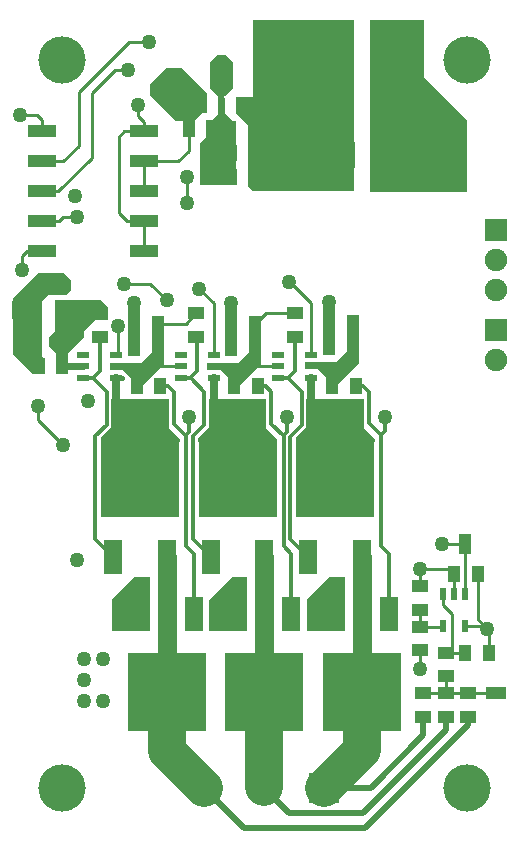
<source format=gtl>
G04*
G04 #@! TF.GenerationSoftware,Altium Limited,Altium Designer,18.1.6 (161)*
G04*
G04 Layer_Physical_Order=1*
G04 Layer_Color=255*
%FSLAX25Y25*%
%MOIN*%
G70*
G01*
G75*
%ADD12C,0.01000*%
%ADD13C,0.01500*%
%ADD14R,0.03937X0.05315*%
%ADD15R,0.07087X0.03937*%
%ADD16R,0.04331X0.02362*%
%ADD17R,0.06299X0.11811*%
%ADD18R,0.26378X0.26378*%
%ADD19R,0.05315X0.03937*%
%ADD20R,0.02362X0.03937*%
%ADD21R,0.03937X0.07087*%
%ADD22R,0.18110X0.09055*%
%ADD23R,0.02362X0.05512*%
%ADD24R,0.02362X0.05906*%
%ADD25R,0.09843X0.06299*%
%ADD26R,0.09606X0.04449*%
%ADD46C,0.01200*%
%ADD47C,0.02200*%
%ADD48C,0.02000*%
%ADD49C,0.04000*%
%ADD50C,0.02500*%
%ADD51C,0.12500*%
%ADD52C,0.06200*%
%ADD53C,0.10000*%
%ADD54R,0.10000X0.10000*%
%ADD55C,0.15748*%
%ADD56R,0.07500X0.07500*%
%ADD57C,0.07500*%
%ADD58C,0.05000*%
G36*
X214540Y391815D02*
Y383154D01*
X211981Y380594D01*
X209619D01*
X207060Y383154D01*
Y391815D01*
X209619Y394374D01*
X211981D01*
X214540Y391815D01*
D02*
G37*
G36*
X255100Y349000D02*
X221277D01*
X219600Y350677D01*
Y370700D01*
X215500Y374800D01*
Y380300D01*
X220777Y380300D01*
X221200Y380300D01*
X221277Y380223D01*
X221277Y380768D01*
X221277Y406000D01*
X255100Y406000D01*
Y349000D01*
D02*
G37*
G36*
X197400Y390100D02*
X206000Y381500D01*
Y375154D01*
X205646Y374800D01*
X204400Y374800D01*
X203700Y374100D01*
X201800Y372200D01*
Y366900D01*
X197900D01*
Y372200D01*
X195500Y372200D01*
X186900Y380800D01*
X186900Y384600D01*
X192400Y390100D01*
X197400Y390100D01*
D02*
G37*
G36*
X211981Y374881D02*
X211900Y374800D01*
X214600Y372100D01*
X215700D01*
Y350969D01*
X215672Y350900D01*
X203800D01*
Y364900D01*
X205600Y366700D01*
Y372500D01*
X207731D01*
X209619Y374388D01*
Y379945D01*
X211981D01*
Y374881D01*
D02*
G37*
G36*
X278400Y386800D02*
X292800Y372400D01*
Y348600D01*
X260300Y348600D01*
X260300Y406000D01*
X278400Y406000D01*
Y386800D01*
D02*
G37*
G36*
X172944Y310356D02*
Y306000D01*
X168700D01*
X165100Y302400D01*
Y300300D01*
X159700Y294900D01*
Y292196D01*
X157750D01*
X157087Y292064D01*
X156524Y291689D01*
X156300Y291353D01*
X155800Y291505D01*
Y294600D01*
X153200Y297200D01*
X153200Y300100D01*
X155300Y302200D01*
Y312600D01*
X170700D01*
X172944Y310356D01*
D02*
G37*
G36*
X160500Y319200D02*
Y315800D01*
X159100Y314400D01*
X153000D01*
X151000Y312400D01*
Y293900D01*
X151800Y293100D01*
Y287800D01*
X147900D01*
X141200Y294500D01*
Y313200D01*
X149500Y321500D01*
X158200D01*
X160500Y319200D01*
D02*
G37*
G36*
X256700Y307246D02*
Y291500D01*
X249600Y284400D01*
Y281400D01*
X245700D01*
Y286900D01*
X243100Y289500D01*
X238600Y289500D01*
X238600Y291800D01*
X249000Y291800D01*
X252600Y295400D01*
Y307591D01*
X256346Y307599D01*
X256700Y307246D01*
D02*
G37*
G36*
X224100Y307046D02*
Y291300D01*
X217000Y284200D01*
Y281200D01*
X213100D01*
Y286700D01*
X210500Y289300D01*
X206000Y289300D01*
X206000Y291600D01*
X216400Y291600D01*
X220000Y295200D01*
Y307391D01*
X223746Y307399D01*
X224100Y307046D01*
D02*
G37*
G36*
X191600D02*
Y291300D01*
X184500Y284200D01*
Y281200D01*
X180600D01*
Y286700D01*
X178000Y289300D01*
X173500Y289300D01*
X173500Y291600D01*
X183900Y291600D01*
X187500Y295200D01*
Y307391D01*
X191246Y307399D01*
X191600Y307046D01*
D02*
G37*
G36*
X258224Y279608D02*
X258224Y269908D01*
X261824Y266308D01*
Y265208D01*
X235877D01*
X235524Y265561D01*
X235524Y266708D01*
X239124Y270308D01*
X239124Y279608D01*
X258224Y279608D01*
D02*
G37*
G36*
X225724D02*
X225724Y269908D01*
X229324Y266308D01*
Y265208D01*
X203377D01*
X203024Y265561D01*
X203024Y266708D01*
X206624Y270308D01*
X206624Y279608D01*
X225724Y279608D01*
D02*
G37*
G36*
X193224D02*
X193224Y269908D01*
X196824Y266308D01*
Y265208D01*
X170877D01*
X170524Y265561D01*
X170524Y266708D01*
X174124Y270308D01*
X174124Y279608D01*
X193224Y279608D01*
D02*
G37*
G36*
X251824Y202108D02*
X239224Y202108D01*
X239224Y212708D01*
X246724Y220208D01*
X251824Y220208D01*
X251824Y202108D01*
D02*
G37*
G36*
X219324D02*
X206724Y202108D01*
X206724Y212708D01*
X214224Y220208D01*
X219324Y220208D01*
X219324Y202108D01*
D02*
G37*
G36*
X186824D02*
X174224Y202108D01*
X174224Y212708D01*
X181724Y220208D01*
X186824Y220208D01*
X186824Y202108D01*
D02*
G37*
D12*
X149500Y272700D02*
X157900Y264300D01*
X149500Y272700D02*
Y277400D01*
X178300Y368800D02*
X184958D01*
X176600Y367100D02*
X178300Y368800D01*
X176600Y341500D02*
Y367100D01*
Y341500D02*
X179300Y338800D01*
X184958D01*
Y328800D02*
Y338800D01*
X199863Y362263D02*
Y369531D01*
X196400Y358800D02*
X199863Y362263D01*
X184958Y358800D02*
X196400D01*
X184958Y348800D02*
Y358800D01*
Y368800D02*
Y371942D01*
X183100Y373800D02*
X184958Y371942D01*
X183100Y373800D02*
Y377550D01*
X157900Y340200D02*
X162500D01*
X156500Y338800D02*
X157900Y340200D01*
X151100Y338800D02*
X156500D01*
X163300Y381800D02*
X180000Y398500D01*
X163300Y364100D02*
Y381800D01*
X180000Y398500D02*
X186700D01*
X175300Y389400D02*
X179500D01*
X167600Y381700D02*
X175300Y389400D01*
X167600Y360100D02*
Y381700D01*
X143600Y374400D02*
X149300D01*
X151100Y372600D01*
Y368800D02*
Y372600D01*
X144400Y322553D02*
Y327300D01*
X145900Y328800D01*
X151100D01*
X176192Y294892D02*
Y304100D01*
X175700Y294400D02*
X176192Y294892D01*
X158000Y358800D02*
X163300Y364100D01*
X151100Y358800D02*
X158000D01*
X156300Y348800D02*
X167600Y360100D01*
X233200Y318600D02*
X233700D01*
X240800Y311500D01*
X203200Y316400D02*
X203300D01*
X208200Y311500D01*
X187000Y318100D02*
X192600Y312500D01*
X178400Y318100D02*
X187000D01*
X189530Y304537D02*
X189693Y304700D01*
X198874D01*
X202348Y308174D01*
X284300Y231200D02*
X284400Y231300D01*
X292140D01*
X199300Y344900D02*
Y353700D01*
X151100Y348800D02*
X156300D01*
X157737Y290450D02*
X157750Y290463D01*
X292140Y214613D02*
Y231300D01*
X221974Y304656D02*
X225492Y308174D01*
X235288D01*
X186463Y290100D02*
X186826Y290463D01*
X197176D01*
X218963Y290100D02*
X219326Y290463D01*
X229776D01*
X302137Y181637D02*
X302200Y181700D01*
X293100Y181637D02*
X302137D01*
X298613Y203787D02*
X299400Y203000D01*
X296337Y206063D02*
X298613Y203787D01*
X296337Y206063D02*
Y221400D01*
X276940Y223100D02*
X286763D01*
X288463Y221400D01*
X288400Y221337D02*
X288463Y221400D01*
X288400Y214613D02*
Y221337D01*
X292140Y203787D02*
X298613D01*
X299400Y203000D02*
X299974Y202426D01*
Y195037D02*
Y202426D01*
X285600Y195037D02*
X287568Y197005D01*
Y208063D01*
X284660Y210972D02*
X287568Y208063D01*
X284660Y210972D02*
Y214613D01*
X284635Y203761D02*
X284660Y203787D01*
X276940Y203761D02*
X284635D01*
X285600Y195037D02*
X292100D01*
X285600Y181637D02*
Y187163D01*
Y181637D02*
X293100D01*
X278100D02*
X285600D01*
X276940Y217130D02*
Y223100D01*
Y203761D02*
Y209256D01*
X276940Y195887D02*
X276940Y195887D01*
X276940Y189600D02*
Y195887D01*
X208200Y294400D02*
Y311500D01*
X240800Y294400D02*
Y311500D01*
X175700Y278031D02*
X177524Y276208D01*
X240800Y277931D02*
X242524Y276208D01*
X208200Y278031D02*
X210024Y276208D01*
X225000Y150000D02*
X225124Y150124D01*
X192624Y181819D02*
X192624Y181819D01*
X257624Y181819D02*
X257624Y181819D01*
D13*
X175700Y286526D02*
X177626D01*
X180500Y295346D02*
X181656Y296502D01*
D14*
X149863Y290450D02*
D03*
X157737D02*
D03*
X254598Y304856D02*
D03*
X246724D02*
D03*
X221974Y304656D02*
D03*
X214100D02*
D03*
X189530Y304537D02*
D03*
X181656D02*
D03*
X254598Y296800D02*
D03*
X246724D02*
D03*
X221974Y296600D02*
D03*
X214100D02*
D03*
X189530Y296502D02*
D03*
X181656D02*
D03*
X190400Y283800D02*
D03*
X182526D02*
D03*
X222900D02*
D03*
X215026D02*
D03*
X255500Y284000D02*
D03*
X247626D02*
D03*
X296337Y221400D02*
D03*
X288463D02*
D03*
X299974Y195037D02*
D03*
X292100D02*
D03*
X207737Y369531D02*
D03*
X199863D02*
D03*
X213800D02*
D03*
X221674D02*
D03*
X213863Y361531D02*
D03*
X221737D02*
D03*
X213863Y353532D02*
D03*
X221737D02*
D03*
D15*
X302200Y181700D02*
D03*
D16*
X175700Y286526D02*
D03*
Y290463D02*
D03*
Y294400D02*
D03*
X164676D02*
D03*
Y290463D02*
D03*
Y286526D02*
D03*
X208200D02*
D03*
Y290463D02*
D03*
Y294400D02*
D03*
X197176D02*
D03*
Y290463D02*
D03*
Y286526D02*
D03*
X240800D02*
D03*
Y290463D02*
D03*
Y294400D02*
D03*
X229776D02*
D03*
Y290463D02*
D03*
Y286526D02*
D03*
D17*
X174671Y227016D02*
D03*
X192624D02*
D03*
X207171D02*
D03*
X225124D02*
D03*
X239671D02*
D03*
X257624D02*
D03*
X201600Y208000D02*
D03*
X183647D02*
D03*
X234100D02*
D03*
X216147D02*
D03*
X266600D02*
D03*
X248647D02*
D03*
D18*
X183647Y253197D02*
D03*
X216147D02*
D03*
X248647D02*
D03*
X192624Y181819D02*
D03*
X225124D02*
D03*
X257624D02*
D03*
D19*
X170188Y300300D02*
D03*
Y308174D02*
D03*
X202348Y300300D02*
D03*
Y308174D02*
D03*
X235288Y300300D02*
D03*
Y308174D02*
D03*
X293100Y173763D02*
D03*
Y181637D02*
D03*
X285600Y173763D02*
D03*
Y181637D02*
D03*
X278100Y173763D02*
D03*
Y181637D02*
D03*
X276940Y195887D02*
D03*
Y203761D02*
D03*
Y209256D02*
D03*
Y217130D02*
D03*
X285600Y187163D02*
D03*
Y195037D02*
D03*
D20*
X292140Y203787D02*
D03*
X284660D02*
D03*
Y214613D02*
D03*
X288400D02*
D03*
X292140D02*
D03*
D21*
Y231300D02*
D03*
D22*
X275796Y361100D02*
D03*
X246269D02*
D03*
D23*
X204894Y377445D02*
D03*
X216705D02*
D03*
D24*
X210800Y377642D02*
D03*
D25*
X160287Y309300D02*
D03*
X146113D02*
D03*
D26*
X151100Y368800D02*
D03*
Y358800D02*
D03*
Y348800D02*
D03*
Y338800D02*
D03*
Y328800D02*
D03*
X184958Y368800D02*
D03*
Y358800D02*
D03*
Y348800D02*
D03*
Y338800D02*
D03*
Y328800D02*
D03*
D46*
X170188Y288788D02*
Y300300D01*
X167926Y286526D02*
X170188Y288788D01*
X164676Y286526D02*
X167926D01*
X200000Y268446D02*
Y273500D01*
X199024Y267469D02*
X200000Y268446D01*
X199024Y267276D02*
Y267469D01*
X233724Y267024D02*
X237600Y270900D01*
X233724Y232963D02*
Y267024D01*
X232700Y268646D02*
Y273500D01*
X231524Y267469D02*
X232700Y268646D01*
X231524Y267276D02*
Y267469D01*
X265400Y268953D02*
Y273500D01*
X264024Y267576D02*
X265400Y268953D01*
X260000Y271600D02*
X264024Y267576D01*
X260000Y271600D02*
Y282100D01*
X264024Y230608D02*
Y267576D01*
X168724Y267124D02*
X172500Y270900D01*
Y282049D01*
X168023Y286526D02*
X172500Y282049D01*
X237600Y270900D02*
Y282049D01*
X233123Y286526D02*
X237600Y282049D01*
X200426Y286526D02*
X200523D01*
X197176D02*
X200426D01*
X200523D02*
X205000Y282049D01*
Y270900D02*
Y282049D01*
X201224Y267124D02*
X205000Y270900D01*
X201224Y232963D02*
Y267124D01*
X202688Y288788D02*
Y300300D01*
X229776Y286526D02*
X233026D01*
X235288Y288788D01*
Y300300D01*
X200426Y286526D02*
X202688Y288788D01*
X231524Y230608D02*
Y267276D01*
Y230608D02*
X234100Y228031D01*
X255500Y284000D02*
X258100D01*
X260000Y282100D01*
X227400Y271400D02*
X231524Y267276D01*
X222900Y283800D02*
X225500D01*
X227400Y281900D01*
Y271400D02*
Y281900D01*
X194900Y271400D02*
Y281900D01*
X193000Y283800D02*
X194900Y281900D01*
X190400Y283800D02*
X193000D01*
X194900Y271400D02*
X199024Y267276D01*
Y230608D02*
Y267276D01*
X168724Y232963D02*
Y267124D01*
X264024Y230608D02*
X266600Y228031D01*
Y208000D02*
Y228031D01*
X168724Y232963D02*
X174671Y227016D01*
X234100Y208000D02*
Y228031D01*
X233724Y232963D02*
X239671Y227016D01*
X201600Y208000D02*
Y228031D01*
X199024Y230608D02*
X201600Y228031D01*
X201224Y232963D02*
X207171Y227016D01*
D47*
X157750Y290463D02*
X164676D01*
D48*
X293100Y171100D02*
Y173763D01*
X258700Y136700D02*
X293100Y171100D01*
X218300Y136700D02*
X258700D01*
X285600Y169300D02*
Y173763D01*
X257900Y141600D02*
X285600Y169300D01*
X233400Y141600D02*
X257900D01*
X278100Y167500D02*
Y173763D01*
X260600Y150000D02*
X278100Y167500D01*
X245000Y150000D02*
X260600D01*
X205000D02*
X218300Y136700D01*
X225000Y150000D02*
X233400Y141600D01*
D49*
X246724Y296800D02*
Y311779D01*
X214100Y296600D02*
Y311579D01*
X181656Y304537D02*
Y311481D01*
Y296502D02*
Y304537D01*
D50*
X175700Y278031D02*
Y286526D01*
X240800Y277931D02*
Y286526D01*
X208200Y278031D02*
Y286526D01*
D51*
X192624Y162376D02*
X205000Y150000D01*
X192624Y162376D02*
Y181819D01*
X245000Y150000D02*
X257624Y162624D01*
Y181819D01*
X225124Y150124D02*
Y181819D01*
D52*
X192624Y181819D02*
Y227016D01*
X225124Y181819D02*
Y227016D01*
X257624Y181819D02*
Y227016D01*
D53*
X205000Y150000D02*
D03*
X225000D02*
D03*
X266532Y398600D02*
D03*
D54*
X245000Y150000D02*
D03*
X246532Y398600D02*
D03*
D55*
X157500Y392500D02*
D03*
X292500D02*
D03*
Y150000D02*
D03*
X157500D02*
D03*
D56*
X302300Y302600D02*
D03*
Y336000D02*
D03*
D57*
Y292600D02*
D03*
Y316000D02*
D03*
Y326000D02*
D03*
D58*
X149500Y277400D02*
D03*
X157900Y264300D02*
D03*
X161846Y347300D02*
D03*
X151100Y317800D02*
D03*
X157200D02*
D03*
X190100Y382300D02*
D03*
X183100Y377550D02*
D03*
X196400Y377900D02*
D03*
X196500Y386000D02*
D03*
X162500Y340200D02*
D03*
X144400Y322553D02*
D03*
X176192Y304100D02*
D03*
X186700Y398500D02*
D03*
X233200Y318600D02*
D03*
X203200Y316400D02*
D03*
X192600Y312500D02*
D03*
X178400Y318100D02*
D03*
X284300Y231200D02*
D03*
X199300Y353700D02*
D03*
Y344900D02*
D03*
X179500Y389400D02*
D03*
X166200Y278800D02*
D03*
X162600Y226000D02*
D03*
X156200Y298700D02*
D03*
X162200Y301400D02*
D03*
X143600Y374400D02*
D03*
X207400Y353700D02*
D03*
X207500Y361500D02*
D03*
X272900Y388000D02*
D03*
Y379400D02*
D03*
X229000Y382500D02*
D03*
X229100Y396500D02*
D03*
X249165Y352400D02*
D03*
X241465D02*
D03*
X249165Y369800D02*
D03*
X241465Y369700D02*
D03*
X233065D02*
D03*
X233276Y361100D02*
D03*
Y352400D02*
D03*
X288788Y369800D02*
D03*
Y361100D02*
D03*
X289000Y352500D02*
D03*
X280600D02*
D03*
X272900Y352400D02*
D03*
X280600Y369800D02*
D03*
X272900D02*
D03*
X299400Y203000D02*
D03*
X276940Y223100D02*
D03*
Y189600D02*
D03*
X165100Y186100D02*
D03*
X171300Y193000D02*
D03*
X165006D02*
D03*
X165000Y179100D02*
D03*
X171294D02*
D03*
X181656Y311481D02*
D03*
X214100Y311600D02*
D03*
X246724Y311800D02*
D03*
X265400Y273500D02*
D03*
X232700D02*
D03*
X200000D02*
D03*
X251563Y290300D02*
D03*
X218963Y290100D02*
D03*
X186463D02*
D03*
X248647Y269908D02*
D03*
X254924D02*
D03*
X242524D02*
D03*
Y276208D02*
D03*
X248647D02*
D03*
X254924D02*
D03*
X216147Y269908D02*
D03*
X222424D02*
D03*
X210024D02*
D03*
Y276208D02*
D03*
X216147D02*
D03*
X222424D02*
D03*
X189924D02*
D03*
X183647D02*
D03*
X177524D02*
D03*
Y269908D02*
D03*
X189924D02*
D03*
X183647D02*
D03*
X248647Y217608D02*
D03*
X241924Y204908D02*
D03*
Y211208D02*
D03*
X216147Y217608D02*
D03*
X209424Y204908D02*
D03*
Y211208D02*
D03*
X176924D02*
D03*
Y204908D02*
D03*
X183647Y217608D02*
D03*
M02*

</source>
